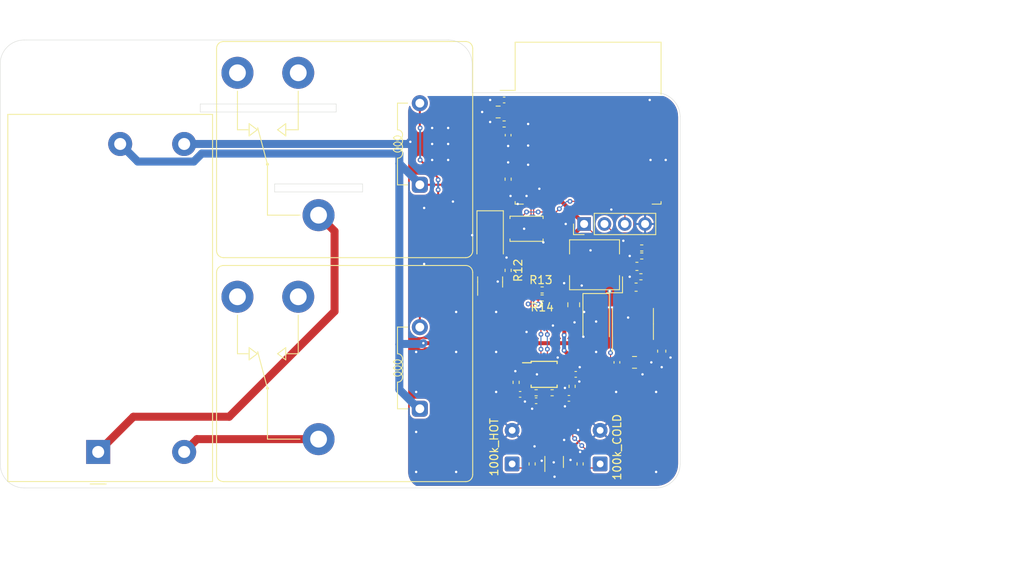
<source format=kicad_pcb>
(kicad_pcb (version 20211014) (generator pcbnew)
  (layers (0 "F.Cu" mixed) (31 "B.Cu" mixed) (34 "B.Paste" user) (35 "F.Paste" user) (36 "B.SilkS" user "B.Silkscreen") (37 "F.SilkS" user "F.Silkscreen") (38 "B.Mask" user) (39 "F.Mask" user) (44 "Edge.Cuts" user))
  (net 0 "")
  (net 1 "GND")
  (net 2 "+12V")
  (net 3 "Net-(C2-Pad1)")
  (net 4 "+3V3")
  (net 5 "Net-(C4-Pad1)")
  (net 6 "Net-(C6-Pad1)")
  (net 7 "Net-(C7-Pad2)")
  (net 8 "Net-(C7-Pad1)")
  (net 9 "/EN")
  (net 10 "/AC_PH_2")
  (net 11 "Net-(C11-Pad1)")
  (net 12 "Net-(D2-Pad2)")
  (net 14 "/AC_PH_1")
  (net 15 "Net-(J1-Pad3)")
  (net 16 "Net-(J1-Pad2)")
  (net 21 "/SW")
  (net 22 "/BOOT")
  (net 23 "Net-(R4-Pad2)")
  (net 24 "Net-(R8-Pad2)")
  (net 25 "Net-(R9-Pad2)")
  (net 26 "/1.65V")
  (net 27 "/SCL")
  (net 31 "/SDA")
  (net 37 "Net-(C12-Pad1)")
  (footprint "Capacitor_SMD:C_0805_2012Metric" (layer "F.Cu") (at 107.3 71.3)
    (fp_text reference "C1" hide)
    (fp_text value "22u")
    (pad "1" smd roundrect (at -0.95 0) (size 1 1.45) (layers "F.Cu" "F.Paste" "F.Mask") (net 2 "+12V"))
    (pad "2" smd roundrect (at 0.95 0) (size 1 1.45) (layers "F.Cu" "F.Paste" "F.Mask") (net 1 "GND"))
  )
  (footprint "Capacitor_SMD:C_0603_1608Metric" (layer "F.Cu") (at 110.7 69.9 -90)
    (fp_text reference "C2" hide)
    (fp_text value "8.2n")
    (pad "1" smd roundrect (at -0.775 0 270) (size 0.9 0.95) (layers "F.Cu" "F.Paste" "F.Mask") (net 3 "Net-(C2-Pad1)"))
    (pad "2" smd roundrect (at 0.775 0 270) (size 0.9 0.95) (layers "F.Cu" "F.Paste" "F.Mask") (net 1 "GND"))
  )
  (footprint "Capacitor_SMD:C_0805_2012Metric" (layer "F.Cu") (at 90.25 40 180)
    (fp_text reference "C3" hide)
    (fp_text value "22u")
    (pad "1" smd roundrect (at -0.95 0 180) (size 1 1.45) (layers "F.Cu" "F.Paste" "F.Mask") (net 4 "+3V3"))
    (pad "2" smd roundrect (at 0.95 0 180) (size 1 1.45) (layers "F.Cu" "F.Paste" "F.Mask") (net 1 "GND"))
  )
  (footprint "Capacitor_SMD:C_0603_1608Metric" (layer "F.Cu") (at 107.5 61.9 180)
    (fp_text reference "C4" hide)
    (fp_text value "3.3n")
    (pad "1" smd roundrect (at -0.775 0 180) (size 0.9 0.95) (layers "F.Cu" "F.Paste" "F.Mask") (net 5 "Net-(C4-Pad1)"))
    (pad "2" smd roundrect (at 0.775 0 180) (size 0.9 0.95) (layers "F.Cu" "F.Paste" "F.Mask") (net 1 "GND"))
  )
  (footprint "Capacitor_SMD:C_0402_1005Metric" (layer "F.Cu") (at 91 38.5 180)
    (fp_text reference "C5" hide)
    (fp_text value "100n")
    (pad "1" smd roundrect (at -0.48 0 180) (size 0.56 0.62) (layers "F.Cu" "F.Paste" "F.Mask") (net 4 "+3V3"))
    (pad "2" smd roundrect (at 0.48 0 180) (size 0.56 0.62) (layers "F.Cu" "F.Paste" "F.Mask") (net 1 "GND"))
  )
  (footprint "Capacitor_SMD:C_0603_1608Metric" (layer "F.Cu") (at 107.6 59.3 180)
    (fp_text reference "C6" hide)
    (fp_text value "15n")
    (pad "1" smd roundrect (at -0.775 0 180) (size 0.9 0.95) (layers "F.Cu" "F.Paste" "F.Mask") (net 6 "Net-(C6-Pad1)"))
    (pad "2" smd roundrect (at 0.775 0 180) (size 0.9 0.95) (layers "F.Cu" "F.Paste" "F.Mask") (net 1 "GND"))
  )
  (footprint "Capacitor_SMD:C_0402_1005Metric" (layer "F.Cu") (at 105.1 71.3 -90)
    (fp_text reference "C7" hide)
    (fp_text value "100n")
    (pad "1" smd roundrect (at -0.48 0 270) (size 0.56 0.62) (layers "F.Cu" "F.Paste" "F.Mask") (net 8 "Net-(C7-Pad1)"))
    (pad "2" smd roundrect (at 0.48 0 270) (size 0.56 0.62) (layers "F.Cu" "F.Paste" "F.Mask") (net 7 "Net-(C7-Pad2)"))
  )
  (footprint "Capacitor_SMD:C_0402_1005Metric" (layer "F.Cu") (at 91.5 42.9 -90)
    (fp_text reference "C8" hide)
    (fp_text value "100n")
    (pad "1" smd roundrect (at -0.48 0 270) (size 0.56 0.62) (layers "F.Cu" "F.Paste" "F.Mask") (net 9 "/EN"))
    (pad "2" smd roundrect (at 0.48 0 270) (size 0.56 0.62) (layers "F.Cu" "F.Paste" "F.Mask") (net 1 "GND"))
  )
  (footprint "Capacitor_SMD:C_0805_2012Metric" (layer "F.Cu") (at 99.7 64.1 -90)
    (fp_text reference "C9" hide)
    (fp_text value "22u")
    (pad "1" smd roundrect (at -0.95 0 270) (size 1 1.45) (layers "F.Cu" "F.Paste" "F.Mask") (net 4 "+3V3"))
    (pad "2" smd roundrect (at 0.95 0 270) (size 1 1.45) (layers "F.Cu" "F.Paste" "F.Mask") (net 1 "GND"))
  )
  (footprint "Capacitor_SMD:C_0402_1005Metric" (layer "F.Cu") (at 99.95 72.8)
    (fp_text reference "C10" hide)
    (fp_text value "100n")
    (pad "1" smd roundrect (at -0.48 0) (size 0.56 0.62) (layers "F.Cu" "F.Paste" "F.Mask") (net 4 "+3V3"))
    (pad "2" smd roundrect (at 0.48 0) (size 0.56 0.62) (layers "F.Cu" "F.Paste" "F.Mask") (net 1 "GND"))
  )
  (footprint "Diode_SMD:D_SMA" (layer "F.Cu") (at 102.5 66.1 -90)
    (fp_text reference "D1" hide)
    (fp_text value "SS54")
    (pad "1" smd rect (at -2 0 270) (size 2.5 1.8) (layers "F.Cu" "F.Paste" "F.Mask") (net 7 "Net-(C7-Pad2)"))
    (pad "2" smd rect (at 2 0 270) (size 2.5 1.8) (layers "F.Cu" "F.Paste" "F.Mask") (net 1 "GND"))
  )
  (footprint "Diode_SMD:D_SMA" (layer "F.Cu") (at 89.25 55.75 -90)
    (fp_text reference "D2" hide)
    (fp_text value "SS54")
    (pad "1" smd rect (at -2 0 270) (size 2.5 1.8) (layers "F.Cu" "F.Paste" "F.Mask") (net 2 "+12V"))
    (pad "2" smd rect (at 2 0 270) (size 2.5 1.8) (layers "F.Cu" "F.Paste" "F.Mask") (net 12 "Net-(D2-Pad2)"))
  )
  (footprint "Package_TO_SOT_SMD:SOT-363_SC-70-6" (layer "F.Cu") (at 97.25 83.75 90)
    (fp_text reference "D3" hide)
    (fp_text value "SMF05CT1G")
    (pad "1" smd rect (at -0.95 -0.65 90) (size 0.65 0.4) (layers "F.Cu" "F.Paste" "F.Mask") (net 11 "Net-(C11-Pad1)"))
    (pad "2" smd rect (at -0.95 0 90) (size 0.65 0.4) (layers "F.Cu" "F.Paste" "F.Mask") (net 1 "GND"))
    (pad "3" smd rect (at -0.95 0.65 90) (size 0.65 0.4) (layers "F.Cu" "F.Paste" "F.Mask") (net 37 "Net-(C12-Pad1)"))
    (pad "4" smd rect (at 0.95 0.65 90) (size 0.65 0.4) (layers "F.Cu" "F.Paste" "F.Mask"))
    (pad "5" smd rect (at 0.95 0 90) (size 0.65 0.4) (layers "F.Cu" "F.Paste" "F.Mask") (net 37 "Net-(C12-Pad1)"))
    (pad "6" smd rect (at 0.95 -0.65 90) (size 0.65 0.4) (layers "F.Cu" "F.Paste" "F.Mask") (net 11 "Net-(C11-Pad1)"))
  )
  (footprint "Connector_PinHeader_2.54mm:PinHeader_1x04_P2.54mm_Vertical" (layer "F.Cu") (at 101 54 90)
    (fp_text reference "J1" hide)
    (fp_text value "PROG")
    (pad "1" thru_hole rect (at 0 0 90) (size 1.7 1.7) (drill 1) (layers *.Cu *.Mask) (net 4 "+3V3"))
    (pad "2" thru_hole oval (at 0 2.54 90) (size 1.7 1.7) (drill 1) (layers *.Cu *.Mask) (net 16 "Net-(J1-Pad2)"))
    (pad "3" thru_hole oval (at 0 5.08 90) (size 1.7 1.7) (drill 1) (layers *.Cu *.Mask) (net 15 "Net-(J1-Pad3)"))
    (pad "4" thru_hole oval (at 0 7.62 90) (size 1.7 1.7) (drill 1) (layers *.Cu *.Mask) (net 1 "GND"))
  )
  (footprint "Connector_Wire:SolderWire-0.25sqmm_1x02_P4.2mm_D0.65mm_OD1.7mm" (layer "F.Cu") (at 92 84 90)
    (fp_text reference "J2" hide)
    (fp_text value "100k_HOT" (at 2.1 -2.25 90) (layer "F.SilkS"))
    (pad "1" thru_hole roundrect (at 0 0 90) (size 1.85 1.85) (drill 0.85) (layers *.Cu *.Mask) (roundrect_rratio 0.135135) (net 11 "Net-(C11-Pad1)"))
    (pad "2" thru_hole circle (at 4.2 0 90) (size 1.85 1.85) (drill 0.85) (layers *.Cu *.Mask) (net 1 "GND"))
  )
  (footprint "Connector_Wire:SolderWire-0.25sqmm_1x02_P4.2mm_D0.65mm_OD1.7mm" (layer "F.Cu") (at 103 84 90)
    (fp_text reference "J3" hide)
    (fp_text value "100k_COLD" (at 2.1 2.12 90) (layer "F.SilkS"))
    (pad "1" thru_hole roundrect (at 0 0 90) (size 1.85 1.85) (drill 0.85) (layers *.Cu *.Mask) (roundrect_rratio 0.135135) (net 37 "Net-(C12-Pad1)"))
    (pad "2" thru_hole circle (at 4.2 0 90) (size 1.85 1.85) (drill 0.85) (layers *.Cu *.Mask) (net 1 "GND"))
  )
  (footprint "wifi-50A-relay:Relay_SPDT_CIT-J115F2" (layer "F.Cu") (at 83 72 180)
    (fp_text reference "K1" hide)
    (fp_text value "J115F21C12VDCS.9")
    (pad "11" thru_hole circle locked (at 15.2 -8.9) (size 4 4) (drill 2.1) (layers *.Cu *.Mask) (net 14 "/AC_PH_1"))
    (pad "12" thru_hole circle locked (at 25.34 8.9) (size 4 4) (drill 2.1) (layers *.Cu *.Mask))
    (pad "14" thru_hole circle locked (at 17.74 8.9) (size 4 4) (drill 2.1) (layers *.Cu *.Mask))
    (pad "A1" thru_hole roundrect locked (at 2.54 -5.1) (size 2 2) (drill 1.1) (layers *.Cu *.Mask) (net 2 "+12V"))
    (pad "A2" thru_hole circle locked (at 2.54 5.1) (size 2 2) (drill 1.1) (layers *.Cu *.Mask) (net 12 "Net-(D2-Pad2)"))
  )
  (footprint "wifi-50A-relay:Relay_SPDT_CIT-J115F2" (layer "F.Cu") (at 83 44 180)
    (fp_text reference "K2" hide)
    (fp_text value "J115F21C12VDCS.9")
    (pad "11" thru_hole circle locked (at 15.2 -8.9) (size 4 4) (drill 2.1) (layers *.Cu *.Mask) (net 10 "/AC_PH_2"))
    (pad "12" thru_hole circle locked (at 25.34 8.9) (size 4 4) (drill 2.1) (layers *.Cu *.Mask))
    (pad "14" thru_hole circle locked (at 17.74 8.9) (size 4 4) (drill 2.1) (layers *.Cu *.Mask))
    (pad "A1" thru_hole roundrect locked (at 2.54 -5.1) (size 2 2) (drill 1.1) (layers *.Cu *.Mask) (net 2 "+12V"))
    (pad "A2" thru_hole circle locked (at 2.54 5.1) (size 2 2) (drill 1.1) (layers *.Cu *.Mask) (net 12 "Net-(D2-Pad2)"))
  )
  (footprint "Inductor_SMD:L_TDK_SLF6028" (layer "F.Cu") (at 102.3 59.1 180)
    (fp_text reference "L1" hide)
    (fp_text value "33u")
    (fp_text user "" (at -49 0.05 180) (layer "F.SilkS") (effects (font (size 3 3))))
    (pad "1" smd roundrect (at -2.75 0 180) (size 1.5 2.2) (layers "F.Cu" "F.Paste" "F.Mask") (net 7 "Net-(C7-Pad2)"))
    (pad "2" smd roundrect (at 2.75 0 180) (size 1.5 2.2) (layers "F.Cu" "F.Paste" "F.Mask") (net 4 "+3V3"))
  )
  (footprint "Package_TO_SOT_SMD:SOT-23" (layer "F.Cu") (at 89.25 61.25 90)
    (fp_text reference "Q1" hide)
    (fp_text value "AO3400A")
    (pad "1" smd roundrect (at -0.9375 -0.95 90) (size 1.475 0.6) (layers "F.Cu" "F.Paste" "F.Mask") (net 21 "/SW"))
    (pad "2" smd roundrect (at -0.9375 0.95 90) (size 1.475 0.6) (layers "F.Cu" "F.Paste" "F.Mask") (net 1 "GND"))
    (pad "3" smd roundrect (at 0.9375 0 90) (size 1.475 0.6) (layers "F.Cu" "F.Paste" "F.Mask") (net 12 "Net-(D2-Pad2)"))
  )
  (footprint "Resistor_SMD:R_0402_1005Metric" (layer "F.Cu") (at 108.1 60.6 180)
    (fp_text reference "R1" hide)
    (fp_text value "1k")
    (pad "1" smd roundrect (at -0.51 0 180) (size 0.54 0.64) (layers "F.Cu" "F.Paste" "F.Mask") (net 5 "Net-(C4-Pad1)"))
    (pad "2" smd roundrect (at 0.51 0 180) (size 0.54 0.64) (layers "F.Cu" "F.Paste" "F.Mask") (net 6 "Net-(C6-Pad1)"))
  )
  (footprint "Resistor_SMD:R_0402_1005Metric" (layer "F.Cu") (at 91 41.5)
    (fp_text reference "R2" hide)
    (fp_text value "10k")
    (pad "1" smd roundrect (at -0.51 0) (size 0.54 0.64) (layers "F.Cu" "F.Paste" "F.Mask") (net 4 "+3V3"))
    (pad "2" smd roundrect (at 0.51 0) (size 0.54 0.64) (layers "F.Cu" "F.Paste" "F.Mask") (net 9 "/EN"))
  )
  (footprint "Resistor_SMD:R_0402_1005Metric" (layer "F.Cu") (at 91.5 48.4 -90)
    (fp_text reference "R3" hide)
    (fp_text value "10k")
    (pad "1" smd roundrect (at -0.51 0 270) (size 0.54 0.64) (layers "F.Cu" "F.Paste" "F.Mask") (net 4 "+3V3"))
    (pad "2" smd roundrect (at 0.51 0 270) (size 0.54 0.64) (layers "F.Cu" "F.Paste" "F.Mask") (net 22 "/BOOT"))
  )
  (footprint "Resistor_SMD:R_0402_1005Metric" (layer "F.Cu") (at 108.2 57)
    (fp_text reference "R4" hide)
    (fp_text value "7.5k")
    (pad "1" smd roundrect (at -0.51 0) (size 0.54 0.64) (layers "F.Cu" "F.Paste" "F.Mask") (net 4 "+3V3"))
    (pad "2" smd roundrect (at 0.51 0) (size 0.54 0.64) (layers "F.Cu" "F.Paste" "F.Mask") (net 23 "Net-(R4-Pad2)"))
  )
  (footprint "Resistor_SMD:R_0402_1005Metric" (layer "F.Cu") (at 108.2 58 180)
    (fp_text reference "R5" hide)
    (fp_text value "2.4k")
    (pad "1" smd roundrect (at -0.51 0 180) (size 0.54 0.64) (layers "F.Cu" "F.Paste" "F.Mask") (net 23 "Net-(R4-Pad2)"))
    (pad "2" smd roundrect (at 0.51 0 180) (size 0.54 0.64) (layers "F.Cu" "F.Paste" "F.Mask") (net 1 "GND"))
  )
  (footprint "Resistor_SMD:R_0402_1005Metric" (layer "F.Cu") (at 94.5 84 -90)
    (fp_text reference "R6" hide)
    (fp_text value "100k")
    (pad "1" smd roundrect (at -0.51 0 270) (size 0.54 0.64) (layers "F.Cu" "F.Paste" "F.Mask") (net 4 "+3V3"))
    (pad "2" smd roundrect (at 0.51 0 270) (size 0.54 0.64) (layers "F.Cu" "F.Paste" "F.Mask") (net 11 "Net-(C11-Pad1)"))
  )
  (footprint "Resistor_SMD:R_0402_1005Metric" (layer "F.Cu") (at 100.5 84 -90)
    (fp_text reference "R7" hide)
    (fp_text value "100k")
    (pad "1" smd roundrect (at -0.51 0 270) (size 0.54 0.64) (layers "F.Cu" "F.Paste" "F.Mask") (net 4 "+3V3"))
    (pad "2" smd roundrect (at 0.51 0 270) (size 0.54 0.64) (layers "F.Cu" "F.Paste" "F.Mask") (net 37 "Net-(C12-Pad1)"))
  )
  (footprint "Resistor_SMD:R_0402_1005Metric" (layer "F.Cu") (at 92.5 73.8 90)
    (fp_text reference "R8" hide)
    (fp_text value "10k")
    (pad "1" smd roundrect (at -0.51 0 90) (size 0.54 0.64) (layers "F.Cu" "F.Paste" "F.Mask") (net 11 "Net-(C11-Pad1)"))
    (pad "2" smd roundrect (at 0.51 0 90) (size 0.54 0.64) (layers "F.Cu" "F.Paste" "F.Mask") (net 24 "Net-(R8-Pad2)"))
  )
  (footprint "Resistor_SMD:R_0402_1005Metric" (layer "F.Cu") (at 99.5 74.3 90)
    (fp_text reference "R9" hide)
    (fp_text value "10k")
    (pad "1" smd roundrect (at -0.51 0 90) (size 0.54 0.64) (layers "F.Cu" "F.Paste" "F.Mask") (net 37 "Net-(C12-Pad1)"))
    (pad "2" smd roundrect (at 0.51 0 90) (size 0.54 0.64) (layers "F.Cu" "F.Paste" "F.Mask") (net 25 "Net-(R9-Pad2)"))
  )
  (footprint "Resistor_SMD:R_0402_1005Metric" (layer "F.Cu") (at 97 75.1 180)
    (fp_text reference "R10" hide)
    (fp_text value "100k")
    (pad "1" smd roundrect (at -0.51 0 180) (size 0.54 0.64) (layers "F.Cu" "F.Paste" "F.Mask") (net 4 "+3V3"))
    (pad "2" smd roundrect (at 0.51 0 180) (size 0.54 0.64) (layers "F.Cu" "F.Paste" "F.Mask") (net 26 "/1.65V"))
  )
  (footprint "Resistor_SMD:R_0402_1005Metric" (layer "F.Cu") (at 95 75.1 180)
    (fp_text reference "R11" hide)
    (fp_text value "100k")
    (pad "1" smd roundrect (at -0.51 0 180) (size 0.54 0.64) (layers "F.Cu" "F.Paste" "F.Mask") (net 26 "/1.65V"))
    (pad "2" smd roundrect (at 0.51 0 180) (size 0.54 0.64) (layers "F.Cu" "F.Paste" "F.Mask") (net 1 "GND"))
  )
  (footprint "Button_Switch_SMD:SW_Push_SPST_NO_Alps_SKRK" (layer "F.Cu") (at 93.8 54.6)
    (fp_text reference "SW1" hide)
    (fp_text value "SKRKAEE020")
    (pad "1" smd roundrect (at -2.1 0) (size 0.8 2) (layers "F.Cu" "F.Paste" "F.Mask") (net 22 "/BOOT"))
    (pad "2" smd roundrect (at 2.1 0) (size 0.8 2) (layers "F.Cu" "F.Paste" "F.Mask") (net 1 "GND"))
  )
  (footprint "RF_Module:ESP-WROOM-02" (layer "F.Cu") (at 101.5 44.5)
    (fp_text reference "U1" hide)
    (fp_text value "ESP-WROOM-02")
    (pad "1" smd rect (at -8.75 -6) (size 1.5 0.9) (layers "F.Cu" "F.Paste" "F.Mask") (net 4 "+3V3"))
    (pad "2" smd rect (at -8.75 -4.5) (size 1.5 0.9) (layers "F.Cu" "F.Paste" "F.Mask") (net 9 "/EN"))
    (pad "3" smd rect (at -8.75 -3) (size 1.5 0.9) (layers "F.Cu" "F.Paste" "F.Mask") (net 27 "/SCL"))
    (pad "4" smd rect (at -8.75 -1.5) (size 1.5 0.9) (layers "F.Cu" "F.Paste" "F.Mask"))
    (pad "5" smd rect (at -8.75 0) (size 1.5 0.9) (layers "F.Cu" "F.Paste" "F.Mask"))
    (pad "6" smd rect (at -8.75 1.5) (size 1.5 0.9) (layers "F.Cu" "F.Paste" "F.Mask") (net 1 "GND"))
    (pad "7" smd rect (at -8.75 3) (size 1.5 0.9) (layers "F.Cu" "F.Paste" "F.Mask") (net 31 "/SDA"))
    (pad "8" smd rect (at -8.75 4.5) (size 1.5 0.9) (layers "F.Cu" "F.Paste" "F.Mask") (net 22 "/BOOT"))
    (pad "9" smd rect (at -8.75 6) (size 1.5 0.9) (layers "F.Cu" "F.Paste" "F.Mask") (net 1 "GND"))
    (pad "10" smd rect (at 8.75 6) (size 1.5 0.9) (layers "F.Cu" "F.Paste" "F.Mask") (net 21 "/SW"))
    (pad "11" smd rect (at 8.75 4.5) (size 1.5 0.9) (layers "F.Cu" "F.Paste" "F.Mask") (net 16 "Net-(J1-Pad2)"))
    (pad "12" smd rect (at 8.75 3) (size 1.5 0.9) (layers "F.Cu" "F.Paste" "F.Mask") (net 15 "Net-(J1-Pad3)"))
    (pad "13" smd rect (at 8.75 1.5) (size 1.5 0.9) (layers "F.Cu" "F.Paste" "F.Mask") (net 1 "GND"))
    (pad "14" smd rect (at 8.75 0) (size 1.5 0.9) (layers "F.Cu" "F.Paste" "F.Mask"))
    (pad "15" smd rect (at 8.75 -1.5) (size 1.5 0.9) (layers "F.Cu" "F.Paste" "F.Mask"))
    (pad "16" smd rect (at 8.75 -3) (size 1.5 0.9) (layers "F.Cu" "F.Paste" "F.Mask"))
    (pad "17" smd rect (at 8.75 -4.5) (size 1.5 0.9) (layers "F.Cu" "F.Paste" "F.Mask"))
    (pad "18" smd rect (at 8.75 -6) (size 1.5 0.9) (layers "F.Cu" "F.Paste" "F.Mask") (net 1 "GND"))
    (pad "19" smd rect (at 1.1 0.61) (size 4 4) (layers "F.Cu" "F.Paste" "F.Mask") (net 1 "GND"))
    (zone (net 0) (net_name "") (layers *.Cu) (connect_pads (clearance 0)) (min_thickness 0.254)
      (keepout (tracks not_allowed) (vias not_allowed) (pads not_allowed) (copperpour not_allowed) (footprints not_allowed))
      (fill (thermal_gap 0.508) (thermal_bridge_width 0.508))
      (polygon (pts (xy 87.5 37.4) (xy 115.5 37.4) (xy 115.5 26.4) (xy 87.5 26.4)))
    )
  )
  (footprint "Package_SO:SOIC-8_3.9x4.9mm_P1.27mm" (layer "F.Cu") (at 107.1 66.5 90)
    (fp_text reference "U2" hide)
    (fp_text value "TPS54331DR")
    (pad "1" smd roundrect (at -2.475 -1.905 90) (size 1.95 0.6) (layers "F.Cu" "F.Paste" "F.Mask") (net 8 "Net-(C7-Pad1)"))
    (pad "2" smd roundrect (at -2.475 -0.635 90) (size 1.95 0.6) (layers "F.Cu" "F.Paste" "F.Mask") (net 2 "+12V"))
    (pad "3" smd roundrect (at -2.475 0.635 90) (size 1.95 0.6) (layers "F.Cu" "F.Paste" "F.Mask"))
    (pad "4" smd roundrect (at -2.475 1.905 90) (size 1.95 0.6) (layers "F.Cu" "F.Paste" "F.Mask") (net 3 "Net-(C2-Pad1)"))
    (pad "5" smd roundrect (at 2.475 1.905 90) (size 1.95 0.6) (layers "F.Cu" "F.Paste" "F.Mask") (net 23 "Net-(R4-Pad2)"))
    (pad "6" smd roundrect (at 2.475 0.635 90) (size 1.95 0.6) (layers "F.Cu" "F.Paste" "F.Mask") (net 5 "Net-(C4-Pad1)"))
    (pad "7" smd roundrect (at 2.475 -0.635 90) (size 1.95 0.6) (layers "F.Cu" "F.Paste" "F.Mask") (net 1 "GND"))
    (pad "8" smd roundrect (at 2.475 -1.905 90) (size 1.95 0.6) (layers "F.Cu" "F.Paste" "F.Mask") (net 7 "Net-(C7-Pad2)"))
  )
  (footprint "Converter_ACDC:Converter_ACDC_MeanWell_IRM-05-xx_THT" (layer "F.Cu") (at 40.25 82.5 90)
    (fp_text reference "PS1" hide)
    (fp_text value "IRM-05-12")
    (pad "1" thru_hole rect (at 0 0 90) (size 3 3) (drill 1.5) (layers *.Cu *.Mask) (net 10 "/AC_PH_2"))
    (pad "2" thru_hole circle (at 0 10.75 90) (size 3 3) (drill 1.5) (layers *.Cu *.Mask) (net 14 "/AC_PH_1"))
    (pad "3" thru_hole circle (at 38.5 10.75 90) (size 3 3) (drill 1.5) (layers *.Cu *.Mask) (net 1 "GND"))
    (pad "4" thru_hole circle (at 38.5 2.75 90) (size 3 3) (drill 1.5) (layers *.Cu *.Mask) (net 2 "+12V"))
  )
  (footprint "Capacitor_SMD:C_0402_1005Metric" (layer "F.Cu") (at 93 75.3)
    (fp_text reference "C11" hide)
    (fp_text value "100n")
    (pad "1" smd roundrect (at -0.48 0) (size 0.56 0.62) (layers "F.Cu" "F.Paste" "F.Mask") (net 11 "Net-(C11-Pad1)"))
    (pad "2" smd roundrect (at 0.48 0) (size 0.56 0.62) (layers "F.Cu" "F.Paste" "F.Mask") (net 1 "GND"))
  )
  (footprint "Capacitor_SMD:C_0402_1005Metric" (layer "F.Cu") (at 99.1 75.8 180)
    (fp_text reference "C12" hide)
    (fp_text value "100n")
    (pad "1" smd roundrect (at -0.48 0 180) (size 0.56 0.62) (layers "F.Cu" "F.Paste" "F.Mask") (net 37 "Net-(C12-Pad1)"))
    (pad "2" smd roundrect (at 0.48 0 180) (size 0.56 0.62) (layers "F.Cu" "F.Paste" "F.Mask") (net 1 "GND"))
  )
  (footprint "Capacitor_SMD:C_0402_1005Metric" (layer "F.Cu") (at 95 76.1 180)
    (fp_text reference "C13" hide)
    (fp_text value "100n")
    (pad "1" smd roundrect (at -0.48 0 180) (size 0.56 0.62) (layers "F.Cu" "F.Paste" "F.Mask") (net 26 "/1.65V"))
    (pad "2" smd roundrect (at 0.48 0 180) (size 0.56 0.62) (layers "F.Cu" "F.Paste" "F.Mask") (net 1 "GND"))
  )
  (footprint "Package_SO:TSSOP-10_3x3mm_P0.5mm" (layer "F.Cu") (at 96 72.8)
    (fp_text reference "U3" hide)
    (fp_text value "ADS1115IDGS")
    (pad "1" smd rect (at -2.15 -1) (size 1.1 0.25) (layers "F.Cu" "F.Paste" "F.Mask") (net 1 "GND"))
    (pad "2" smd rect (at -2.15 -0.5) (size 1.1 0.25) (layers "F.Cu" "F.Paste" "F.Mask"))
    (pad "3" smd rect (at -2.15 0) (size 1.1 0.25) (layers "F.Cu" "F.Paste" "F.Mask") (net 1 "GND"))
    (pad "4" smd rect (at -2.15 0.5) (size 1.1 0.25) (layers "F.Cu" "F.Paste" "F.Mask") (net 24 "Net-(R8-Pad2)"))
    (pad "5" smd rect (at -2.15 1) (size 1.1 0.25) (layers "F.Cu" "F.Paste" "F.Mask") (net 26 "/1.65V"))
    (pad "6" smd rect (at 2.15 1) (size 1.1 0.25) (layers "F.Cu" "F.Paste" "F.Mask") (net 25 "Net-(R9-Pad2)"))
    (pad "7" smd rect (at 2.15 0.5) (size 1.1 0.25) (layers "F.Cu" "F.Paste" "F.Mask") (net 26 "/1.65V"))
    (pad "8" smd rect (at 2.15 0) (size 1.1 0.25) (layers "F.Cu" "F.Paste" "F.Mask") (net 4 "+3V3"))
    (pad "9" smd rect (at 2.15 -0.5) (size 1.1 0.25) (layers "F.Cu" "F.Paste" "F.Mask") (net 31 "/SDA"))
    (pad "10" smd rect (at 2.15 -1) (size 1.1 0.25) (layers "F.Cu" "F.Paste" "F.Mask") (net 27 "/SCL"))
  )
  (footprint "Resistor_SMD:R_0402_1005Metric" (layer "F.Cu") (at 91.5 59.8 90)
    (fp_text reference "R12" (at 0 1.25 90) (layer "F.SilkS"))
    (fp_text value "10k")
    (pad "1" smd roundrect (at -0.51 0 90) (size 0.54 0.64) (layers "F.Cu" "F.Paste" "F.Mask") (net 21 "/SW"))
    (pad "2" smd roundrect (at 0.51 0 90) (size 0.54 0.64) (layers "F.Cu" "F.Paste" "F.Mask") (net 1 "GND"))
  )
  (footprint "Resistor_SMD:R_0402_1005Metric" (layer "F.Cu") (at 95.75 62.25 180)
    (fp_text reference "R13" (at 0.153641 1.25) (layer "F.SilkS"))
    (fp_text value "10k")
    (pad "1" smd roundrect (at -0.51 0 180) (size 0.54 0.64) (layers "F.Cu" "F.Paste" "F.Mask") (net 4 "+3V3"))
    (pad "2" smd roundrect (at 0.51 0 180) (size 0.54 0.64) (layers "F.Cu" "F.Paste" "F.Mask") (net 27 "/SCL"))
  )
  (footprint "Resistor_SMD:R_0402_1005Metric" (layer "F.Cu") (at 95.75 63.25 180)
    (fp_text reference "R14" (at 0 -1.17) (layer "F.SilkS"))
    (fp_text value "10k")
    (pad "1" smd roundrect (at -0.51 0 180) (size 0.54 0.64) (layers "F.Cu" "F.Paste" "F.Mask") (net 4 "+3V3"))
    (pad "2" smd roundrect (at 0.51 0 180) (size 0.54 0.64) (layers "F.Cu" "F.Paste" "F.Mask") (net 31 "/SDA"))
  )
  (gr_line (start 110 87) (end 31 87) (layer "Edge.Cuts") (width 0.05))
  (gr_line (start 87 37.6) (end 110 37.6) (layer "Edge.Cuts") (width 0.05))
  (gr_line (start 73.3 49) (end 62.3 49) (layer "Edge.Cuts") (width 0.05))
  (gr_line (start 70 40) (end 53 40) (layer "Edge.Cuts") (width 0.05))
  (gr_arc (start 84 31) (mid 86.12132 31.87868) (end 87 34) (layer "Edge.Cuts") (width 0.05))
  (gr_line (start 113 40.6) (end 113 84) (layer "Edge.Cuts") (width 0.05))
  (gr_line (start 87 34) (end 87 37.6) (layer "Edge.Cuts") (width 0.05))
  (gr_arc (start 31 87) (mid 28.87868 86.12132) (end 28 84) (layer "Edge.Cuts") (width 0.05))
  (gr_line (start 28 84) (end 28 34) (layer "Edge.Cuts") (width 0.05))
  (gr_line (start 31 31) (end 84 31) (layer "Edge.Cuts") (width 0.05))
  (gr_arc (start 110 37.6) (mid 112.12132 38.47868) (end 113 40.6) (layer "Edge.Cuts") (width 0.05))
  (gr_line (start 62.3 50) (end 73.3 50) (layer "Edge.Cuts") (width 0.05))
  (gr_line (start 53 40) (end 53 39) (layer "Edge.Cuts") (width 0.05))
  (gr_line (start 73.3 50) (end 73.3 49) (layer "Edge.Cuts") (width 0.05))
  (gr_line (start 70 39) (end 70 40) (layer "Edge.Cuts") (width 0.05))
  (gr_line (start 62.3 49) (end 62.3 50) (layer "Edge.Cuts") (width 0.05))
  (gr_arc (start 28 34) (mid 28.87868 31.87868) (end 31 31) (layer "Edge.Cuts") (width 0.05))
  (gr_arc (start 113 84) (mid 112.12132 86.12132) (end 110 87) (layer "Edge.Cuts") (width 0.05))
  (gr_line (start 53 39) (end 70 39) (layer "Edge.Cuts") (width 0.05))
  (segment (start 92.7625 46) (end 92 46) (width 0.25) (layer "F.Cu") (net 1))
  (segment (start 100.43 72.8) (end 100.43 73.67) (width 0.127) (layer "F.Cu") (net 1))
  (segment (start 79.269999 43.730001) (end 81.730001 43.730001) (width 1) (layer "F.Cu") (net 1))
  (segment (start 100.43 71.92) (end 100.45 71.9) (width 0.127) (layer "F.Cu") (net 1))
  (segment (start 92 46) (end 91.75 45.75) (width 0.25) (layer "F.Cu") (net 1))
  (segment (start 81.730001 43.730001) (end 82 44) (width 1) (layer "F.Cu") (net 1))
  (segment (start 100.43 73.67) (end 100.4 73.7) (width 0.127) (layer "F.Cu") (net 1))
  (segment (start 100.43 72.8) (end 100.43 71.92) (width 0.127) (layer "F.Cu") (net 1))
  (via (at 100.9 68.1) (size 0.6) (drill 0.3) (layers "F.Cu" "B.Cu") (net 1))
  (via (at 87 55.4) (size 0.6) (drill 0.3) (layers "F.Cu" "B.Cu") (net 1))
  (via (at 105.9 56.1) (size 0.6) (drill 0.3) (layers "F.Cu" "B.Cu") (net 1))
  (via (at 99.3 83.5) (size 0.6) (drill 0.3) (layers "F.Cu" "B.Cu") (net 1))
  (via (at 94 46.6) (size 0.6) (drill 0.3) (layers "F.Cu" "B.Cu") (net 1))
  (via (at 92.7 51.5) (size 0.6) (drill 0.3) (layers "F.Cu" "B.Cu") (net 1))
  (via (at 100.45 71.9) (size 0.6) (drill 0.3) (layers "F.Cu" "B.Cu") (net 1))
  (via (at 84 44) (size 0.6) (drill 0.3) (layers "F.Cu" "B.Cu") (net 1))
  (via (at 82 46) (size 0.6) (drill 0.3) (layers "F.Cu" "B.Cu") (net 1))
  (via (at 79.269999 43.730001) (size 0.6) (drill 0.3) (layers "F.Cu" "B.Cu") (net 1))
  (via (at 111.8 70.7) (size 0.6) (drill 0.3) (layers "F.Cu" "B.Cu") (net 1))
  (via (at 102.5 66.2) (size 0.6) (drill 0.3) (layers "F.Cu" "B.Cu") (net 1))
  (via (at 100.4 73.7) (size 0.6) (drill 0.3) (layers "F.Cu" "B.Cu") (net 1))
  (via (at 84 46) (size 0.6) (drill 0.3) (layers "F.Cu" "B.Cu") (net 1))
  (via (at 97.2 83.8) (size 0.6) (drill 0.3) (layers "F.Cu" "B.Cu") (net 1))
  (via (at 98.5 61.4) (size 0.6) (drill 0.3) (layers "F.Cu" "B.Cu") (net 1))
  (via (at 98.5 81) (size 0.6) (drill 0.3) (layers "F.Cu" "B.Cu") (net 1))
  (via (at 80 75) (size 0.6) (drill 0.3) (layers "F.Cu" "B.Cu") (net 1))
  (via (at 105 75) (size 0.6) (drill 0.3) (layers "F.Cu" "B.Cu") (net 1))
  (via (at 108.3 72.8) (size 0.6) (drill 0.3) (layers "F.Cu" "B.Cu") (net 1))
  (via (at 93.8 50.5) (size 0.6) (drill 0.3) (layers "F.Cu" "B.Cu") (net 1))
  (via (at 106.7 60.6) (size 0.6) (drill 0.3) (layers "F.Cu" "B.Cu") (net 1))
  (via (at 110 85) (size 0.6) (drill 0.3) (layers "F.Cu" "B.Cu") (net 1))
  (via (at 88.25 40) (size 0.6) (drill 0.3) (layers "F.Cu" "B.Cu") (net 1))
  (via (at 90 65) (size 0.6) (drill 0.3) (layers "F.Cu" "B.Cu") (net 1))
  (via (at 111.2 46) (size 0.6) (drill 0.3) (layers "F.Cu" "B.Cu") (net 1))
  (via (at 109.2 38.5) (size 0.6) (drill 0.3) (layers "F.Cu" "B.Cu") (net 1))
  (via (at 110 75) (size 0.6) (drill 0.3) (layers "F.Cu" "B.Cu") (net 1))
  (via (at 85 85) (size 0.6) (drill 0.3) (layers "F.Cu" "B.Cu") (net 1))
  (via (at 93.8 67.5) (size 0.6) (drill 0.3) (layers "F.Cu" "B.Cu") (net 1))
  (via (at 100.25 79.75) (size 0.6) (drill 0.3) (layers "F.Cu" "B.Cu") (net 1))
  (via (at 94.5 77.1) (size 0.6) (drill 0.3) (layers "F.Cu" "B.Cu") (net 1))
  (via (at 90 75) (size 0.6) (drill 0.3) (layers "F.Cu" "B.Cu") (net 1))
  (via (at 101 65) (size 0.6) (drill 0.3) (layers "F.Cu" "B.Cu") (net 1))
  (via (at 90.2 61.2) (size 0.6) (drill 0.3) (layers "F.Cu" "B.Cu") (net 1))
  (via (at 101.8 57.3) (size 0.6) (drill 0.3) (layers "F.Cu" "B.Cu") (net 1))
  (via (at 91.8 50.5) (size 0.6) (drill 0.3) (layers "F.Cu" "B.Cu") (net 1))
  (via (at 91.5 44.25) (size 0.6) (drill 0.3) (layers "F.Cu" "B.Cu") (net 1))
  (via (at 84 42) (size 0.6) (drill 0.3) (layers "F.Cu" "B.Cu") (net 1))
  (via (at 82 42) (size 0.6) (drill 0.3) (layers "F.Cu" "B.Cu") (net 1))
  (via (at 91.3 58.2) (size 0.6) (drill 0.3) (layers "F.Cu" "B.Cu") (net 1))
  (via (at 94.8 81.8) (size 0.6) (drill 0.3) (layers "F.Cu" "B.Cu") (net 1))
  (via (at 97.7 70.7) (size 0.6) (drill 0.3) (layers "F.Cu" "B.Cu") (net 1))
  (via (at 89.25 38.5) (size 0.6) (drill 0.3) (layers "F.Cu" "B.Cu") (net 1))
  (via (at 98.6 74.5) (size 0.6) (drill 0.3) (layers "F.Cu" "B.Cu") (net 1))
  (via (at 92.4 72.4) (size 0.6) (drill 0.3) (layers "F.Cu" "B.Cu") (net 1))
  (via (at 82 44) (size 0.6) (drill 0.3) (layers "F.Cu" "B.Cu") (net 1))
  (via (at 84.6 51.2) (size 0.6) (drill 0.3) (layers "F.Cu" "B.Cu") (net 1))
  (via (at 98.6 76.8) (size 0.6) (drill 0.3) (layers "F.Cu" "B.Cu") (net 1))
  (via (at 99.8 66.3) (size 0.6) (drill 0.3) (layers "F.Cu" "B.Cu") (net 1))
  (via (at 102.5 70) (size 0.6) (drill 0.3) (layers "F.Cu" "B.Cu") (net 1))
  (via (at 98.7 54) (size 0.6) (drill 0.3) (layers "F.Cu" "B.Cu") (net 1))
  (via (at 104.4 52.2) (size 0.6) (drill 0.3) (layers "F.Cu" "B.Cu") (net 1))
  (via (at 94 44.2) (size 0.6) (drill 0.3) (layers "F.Cu" "B.Cu") (net 1))
  (via (at 100.5 82.5) (size 0.6) (drill 0.3) (layers "F.Cu" "B.Cu") (net 1))
  (via (at 85 70) (size 0.6) (drill 0.3) (layers "F.Cu" "B.Cu") (net 1))
  (via (at 97.1 66.7) (size 0.6) (drill 0.3) (layers "F.Cu" "B.Cu") (net 1))
  (via (at 85 65) (size 0.6) (drill 0.3) (layers "F.Cu" "B.Cu") (net 1))
  (via (at 80 85) (size 0.6) (drill 0.3) (layers "F.Cu" "B.Cu") (net 1))
  (via (at 80 70) (size 0.6) (drill 0.3) (layers "F.Cu" "B.Cu") (net 1))
  (via (at 80 80) (size 0.6) (drill 0.3) (layers "F.Cu" "B.Cu") (net 1))
  (via (at 90 70) (size 0.6) (drill 0.3) (layers "F.Cu" "B.Cu") (net 1))
  (via (at 91.5 46.3) (size 0.6) (drill 0.3) (layers "F.Cu" "B.Cu") (net 1))
  (via (at 95.4 49.6) (size 0.6) (drill 0.3) (layers "F.Cu" "B.Cu") (net 1))
  (via (at 95.1 72.8) (size 0.6) (drill 0.3) (layers "F.Cu" "B.Cu") (net 1))
  (via (at 97.3 85.6) (size 0.6) (drill 0.3) (layers "F.Cu" "B.Cu") (net 1))
  (via (at 81 59) (size 0.6) (drill 0.3) (layers "F.Cu" "B.Cu") (net 1))
  (via (at 94 41.5) (size 0.6) (drill 0.3) (layers "F.Cu" "B.Cu") (net 1))
  (via (at 89.25 41.25) (size 0.6) (drill 0.3) (layers "F.Cu" "B.Cu") (net 1))
  (via (at 81 52) (size 0.6) (drill 0.3) (layers "F.Cu" "B.Cu") (net 1))
  (via (at 106.5 65.7) (size 0.6) (drill 0.3) (layers "F.Cu" "B.Cu") (net 1))
  (via (at 93.6 76.2) (size 0.6) (drill 0.3) (layers "F.Cu" "B.Cu") (net 1))
  (via (at 95.9 56.3) (size 0.6) (drill 0.3) (layers "F.Cu" "B.Cu") (net 1))
  (via (at 95.7 83.6) (size 0.6) (drill 0.3) (layers "F.Cu" "B.Cu") (net 1))
  (via (at 110.7 71.9) (size 0.6) (drill 0.3) (layers "F.Cu" "B.Cu") (net 1))
  (via (at 109.4 71.3) (size 0.6) (drill 0.3) (layers "F.Cu" "B.Cu") (net 1))
  (via (at 93.5 54.6) (size 0.6) (drill 0.3) (layers "F.Cu" "B.Cu") (net 1))
  (via (at 109.3 46) (size 0.6) (drill 0.3) (layers "F.Cu" "B.Cu") (net 1))
  (via (at 100.7 61.7) (size 0.6) (drill 0.3) (layers "F.Cu" "B.Cu") (net 1))
  (via (at 106.7 58) (size 0.6) (drill 0.3) (layers "F.Cu" "B.Cu") (net 1))
  (segment (start 100.4 74.7) (end 100.5 74.8) (width 0.25) (layer "B.Cu") (net 1))
  (segment (start 51 44) (end 79 44) (width 1) (layer "B.Cu") (net 1))
  (segment (start 79 44) (end 79.269999 43.730001) (width 1) (layer "B.Cu") (net 1))
  (segment (start 100.4 73) (end 100.4 74.7) (width 0.25) (layer "B.Cu") (net 1))
  (segment (start 106.35 71.3) (end 106.35 70.35) (width 0.25) (layer "F.Cu") (net 2))
  (segment (start 103.21001 72.51001) (end 105.86499 72.51001) (width 0.5) (layer "F.Cu") (net 2))
  (segment (start 106.35 72.025) (end 106.35 71.3) (width 0.5) (layer "F.Cu") (net 2))
  (segment (start 99.6 68.9) (end 103.21001 72.51001) (width 0.5) (layer "F.Cu") (net 2))
  (segment (start 106.465 68.975) (end 106.465 70.235) (width 0.25) (layer "F.Cu") (net 2))
  (segment (start 80.9 68.9) (end 99.6 68.9) (width 0.5) (layer "F.Cu") (net 2))
  (segment (start 106.35 70.35) (end 106.465 70.235) (width 0.25) (layer "F.Cu") (net 2))
  (segment (start 80.46 49.1) (end 84.6 49.1) (width 0.25) (layer "F.Cu") (net 2))
  (segment (start 80.7 69.1) (end 80.9 68.9) (width 0.5) (layer "F.Cu") (net 2))
  (segment (start 80.46 77.1) (end 80.35 77.1) (width 0.25) (layer "F.Cu") (net 2))
  (segment (start 84.6 49.1) (end 89.25 53.75) (width 0.25) (layer "F.Cu") (net 2))
  (segment (start 105.86499 72.51001) (end 106.35 72.025) (width 0.5) (layer "F.Cu") (net 2))
  (via (at 80.9 68.9) (size 0.6) (drill 0.3) (layers "F.Cu" "B.Cu") (net 2))
  (segment (start 77.89952 45.19952) (end 77.89952 46.44952) (width 1) (layer "B.Cu") (net 2))
  (segment (start 52.200009 46.199511) (end 53.2 45.19952) (width 1) (layer "B.Cu") (net 2))
  (segment (start 77.89952 69.05048) (end 77.89952 74.69952) (width 1) (layer "B.Cu") (net 2))
  (segment (start 45.199511 46.199511) (end 52.200009 46.199511) (width 1) (layer "B.Cu") (net 2))
  (segment (start 53.2 45.19952) (end 77.89952 45.19952) (width 1) (layer "B.Cu") (net 2))
  (segment (start 77.949511 69.000489) (end 80.799511 69.000489) (width 1) (layer "B.Cu") (net 2))
  (segment (start 43 44) (end 45.199511 46.199511) (width 1) (layer "B.Cu") (net 2))
  (segment (start 80.799511 69.000489) (end 80.9 68.9) (width 1) (layer "B.Cu") (net 2))
  (segment (start 77.89952 46.44952) (end 77.89952 69.05048) (width 1) (layer "B.Cu") (net 2))
  (segment (start 77.89952 74.69952) (end 80.45 77.25) (width 1) (layer "B.Cu") (net 2))
  (segment (start 77.89952 46.44952) (end 80.45 49) (width 1) (layer "B.Cu") (net 2))
  (segment (start 77.89952 69.05048) (end 77.949511 69.000489) (width 1) (layer "B.Cu") (net 2))
  (segment (start 110.7 69.125) (end 109.225 69.125) (width 0.127) (layer "F.Cu") (net 3))
  (segment (start 109.225 69.125) (end 109 68.9) (width 0.127) (layer "F.Cu") (net 3))
  (segment (start 97.25 62.75) (end 98.52499 64.02499) (width 0.25) (layer "F.Cu") (net 4))
  (segment (start 99.55 59.1) (end 99.55 55.45) (width 0.5) (layer "F.Cu") (net 4))
  (segment (start 97.009489 74.17195) (end 97.009489 73.30105) (width 0.127) (layer "F.Cu") (net 4))
  (segment (start 90.49 40.71) (end 90.5 40.7) (width 0.25) (layer "F.Cu") (net 4))
  (segment (start 92.7625 38.5) (end 92.953752 38.5) (width 0.5) (layer "F.Cu") (net 4))
  (segment (start 99.47 72.8) (end 98.35 72.8) (width 0.127) (layer "F.Cu") (net 4))
  (segment (start 101.075001 71.599999) (end 101.075001 80.447997) (width 0.25) (layer "F.Cu") (net 4))
  (segment (start 98.52499 64.32501) (end 98.52499 67.87501) (width 0.5) (layer "F.Cu") (net 4))
  (segment (start 98.52499 64.02499) (end 98.52499 64.32501) (width 0.25) (layer "F.Cu") (net 4))
  (segment (start 95.25 48.25) (end 101 54) (width 0.5) (layer "F.Cu") (net 4))
  (segment (start 96.75 63.25) (end 97.25 62.75) (width 0.25) (layer "F.Cu") (net 4))
  (segment (start 95.778501 82.211499) (end 99.311499 82.211499) (width 0.127) (layer "F.Cu") (net 4))
  (segment (start 92.953752 38.5) (end 95.25 40.796248) (width 0.5) (layer "F.Cu") (net 4))
  (segment (start 99.55 55.45) (end 101 54) (width 0.5) (layer "F.Cu") (net 4))
  (segment (start 91.2 40) (end 91.2 40.7) (width 0.25) (layer "F.Cu") (net 4))
  (segment (start 92.7625 38.5) (end 91.5 38.5) (width 0.25) (layer "F.Cu") (net 4))
  (segment (start 96.75 62.25) (end 97.25 62.75) (width 0.25) (layer "F.Cu") (net 4))
  (segment (start 97.51 75.1) (end 97.51 74.67246) (width 0.127) (layer "F.Cu") (net 4))
  (segment (start 101.075001 80.447997) (end 100.9 80.622998) (width 0.25) (layer "F.Cu") (net 4))
  (segment (start 97.009489 73.30105) (end 97.510539 72.8) (width 0.127) (layer "F.Cu") (net 4))
  (segment (start 100.9 80.622998) (end 99.311499 82.211499) (width 0.25) (layer "F.Cu") (net 4))
  (segment (start 99.7 63.15) (end 99.7 59.3) (width 0.5) (layer "F.Cu") (net 4))
  (segment (start 99.5 72) (end 99.5 72.8) (width 0.127) (layer "F.Cu") (net 4))
  (segment (start 90.49 46.74) (end 91.5 47.75) (width 0.127) (layer "F.Cu") (net 4))
  (segment (start 91.2 39.2) (end 91.48 38.92) (width 0.25) (layer "F.Cu") (net 4))
  (segment (start 99.7 63.15) (end 98.52499 64.32501) (width 0.5) (layer "F.Cu") (net 4))
  (segment (start 96.26 63.24) (end 96.25 63.25) (width 0.25) (layer "F.Cu") (net 4))
  (segment (start 99.311499 82.211499) (end 100.5 83.4) (width 0.127) (layer "F.Cu") (net 4))
  (segment (start 97.510539 72.8) (end 98.15 72.8) (width 0.127) (layer "F.Cu") (net 4))
  (segment (start 99.5 70.8) (end 99.5 71.2) (width 0.5) (layer "F.Cu") (net 4))
  (segment (start 91.2 40) (end 91.2 39.2) (width 0.25) (layer "F.Cu") (net 4))
  (segment (start 91.2 40) (end 90.5 40.7) (width 0.25) (layer "F.Cu") (net 4))
  (segment (start 91.48 38.5) (end 91.48 38.92) (width 0.25) (layer "F.Cu") (net 4))
  (segment (start 96.26 63.25) (end 96.75 63.25) (width 0.25) (layer "F.Cu") (net 4))
  (segment (start 104 57) (end 107.7 57) (width 0.127) (layer "F.Cu") (net 4))
  (segment (start 100.675002 71.2) (end 101.075001 71.599999) (width 0.25) (layer "F.Cu") (net 4))
  (segment (start 98.52499 67.87501) (end 98.5 67.9) (width 0.5) (layer "F.Cu") (net 4))
  (segment (start 94.5 83.49) (end 95.778501 82.211499) (width 0.127) (layer "F.Cu") (net 4))
  (segment (start 98.5 69.8) (end 99.5 70.8) (width 0.5) (layer "F.Cu") (net 4))
  (segment (start 99.5 71.2) (end 100.675002 71.2) (width 0.25) (layer "F.Cu") (net 4))
  (segment (start 96.26 62.25) (end 96.75 62.25) (width 0.25) (layer "F.Cu") (net 4))
  (segment (start 99.5 71.2) (end 99.5 72) (width 0.5) (layer "F.Cu") (net 4))
  (segment (start 90.49 41.5) (end 90.49 46.74) (width 0.127) (layer "F.Cu") (net 4))
  (segment (start 95.25 40.796248) (end 95.25 48.25) (width 0.5) (layer "F.Cu") (net 4))
  (segment (start 97.51 74.67246) (end 97.009489 74.17195) (width 0.127) (layer "F.Cu") (net 4))
  (segment (start 90.49 41.5) (end 90.49 40.71) (width 0.25) (layer "F.Cu") (net 4))
  (segment (start 101 54) (end 104 57) (width 0.127) (layer "F.Cu") (net 4))
  (via (at 98.5 69.8) (size 0.6) (drill 0.3) (layers "F.Cu" "B.Cu") (net 4))
  (via (at 98.5 67.9) (size 0.6) (drill 0.3) (layers "F.Cu" "B.Cu") (net 4))
  (segment (start 98.5 67.9) (end 98.5 69.8) (width 0.5) (layer "B.Cu") (net 4))
  (segment (start 108.61 60.6) (end 108.61 61.59) (width 0.127) (layer "F.Cu") (net 5))
  (segment (start 108.61 61.59) (end 107.7 62.5) (width 0.127) (layer "F.Cu") (net 5))
  (segment (start 107.7 62.5) (end 107.7 63.7) (width 0.127) (layer "F.Cu") (net 5))
  (segment (start 108.375 59.825) (end 107.6 60.6) (width 0.127) (layer "F.Cu") (net 6))
  (segment (start 108.375 59.3) (end 108.375 59.825) (width 0.127) (layer "F.Cu") (net 6))
  (segment (start 105.195 64.025) (end 105.195 62.405) (width 0.5) (layer "F.Cu") (net 7))
  (segment (start 104.195 62.405) (end 102.5 64.1) (width 0.5) (layer "F.Cu") (net 7))
  (segment (start 105.195 62.405) (end 104.195 62.405) (width 0.5) (layer "F.Cu") (net 7))
  (segment (start 105.1 71.78) (end 104.3 70.98) (width 0.127) (layer "F.Cu") (net 7))
  (segment (start 105.195 62.405) (end 105.195 59.195) (width 0.5) (layer "F.Cu") (net 7))
  (segment (start 104.3 70.98) (end 104.3 70.1) (width 0.127) (layer "F.Cu") (net 7))
  (via (at 104.195 62.405) (size 0.6) (drill 0.3) (layers "F.Cu" "B.Cu") (net 7))
  (via (at 104.3 70.1) (size 0.6) (drill 0.3) (layers "F.Cu" "B.Cu") (net 7))
  (segment (start 104.3 62.51) (end 104.195 62.405) (width 0.127) (layer "B.Cu") (net 7))
  (segment (start 104.3 70.1) (end 104.3 62.51) (width 0.127) (layer "B.Cu") (net 7))
  (segment (start 105.1 70.82) (end 105.1 69.5) (width 0.25) (layer "F.Cu") (net 8))
  (segment (start 91.51 41.18) (end 92.69 40) (width 0.127) (layer "F.Cu") (net 9))
  (segment (start 92.69 40) (end 92.8 40) (width 0.127) (layer "F.Cu") (net 9))
  (segment (start 91.5 42.42) (end 91.5 41.5) (width 0.127) (layer "F.Cu") (net 9))
  (segment (start 91.51 41.5) (end 91.51 41.18) (width 0.127) (layer "F.Cu") (net 9))
  (segment (start 56.624012 78.09999) (end 44.65001 78.09999) (width 1) (layer "F.Cu") (net 10))
  (segment (start 69.799999 54.899999) (end 69.799999 64.924003) (width 1) (layer "F.Cu") (net 10))
  (segment (start 67.8 52.9) (end 69.799999 54.899999) (width 1) (layer "F.Cu") (net 10))
  (segment (start 69.799999 64.924003) (end 56.624012 78.09999) (width 1) (layer "F.Cu") (net 10))
  (segment (start 44.65001 78.09999) (end 40.25 82.5) (width 1) (layer "F.Cu") (net 10))
  (segment (start 96.26 84.51) (end 96.5 84.75) (width 0.127) (layer "F.Cu") (net 11))
  (segment (start 92.5 76.5) (end 92.5 75.5) (width 0.127) (layer "F.Cu") (net 11))
  (segment (start 93.91649 77.91649) (end 92.5 76.5) (width 0.127) (layer "F.Cu") (net 11))
  (segment (start 96.6 82.8) (end 96.6 84.65) (width 0.127) (layer "F.Cu") (net 11))
  (segment (start 93.91649 84.01649) (end 94.4 84.5) (width 0.127) (layer "F.Cu") (net 11))
  (segment (start 94.4 84.5) (end 94.5 84.5) (width 0.127) (layer "F.Cu") (net 11))
  (segment (start 94.5 84.51) (end 96.26 84.51) (width 0.127) (layer "F.Cu") (net 11))
  (segment (start 92.51 84.51) (end 92 84) (width 0.127) (layer "F.Cu") (net 11))
  (segment (start 94.5 84.51) (end 92.51 84.51) (width 0.127) (layer "F.Cu") (net 11))
  (segment (start 93.91649 84.01649) (end 93.91649 77.91649) (width 0.127) (layer "F.Cu") (net 11))
  (segment (start 92.52 75.3) (end 92.52 74.32) (width 0.127) (layer "F.Cu") (net 11))
  (segment (start 80.46 63.54) (end 86.25 57.75) (width 0.25) (layer "F.Cu") (net 12))
  (segment (start 89.25 60.25) (end 89.25 57.75) (width 0.25) (layer "F.Cu") (net 12))
  (segment (start 82.75 49.725) (end 82.75 54.25) (width 0.25) (layer "F.Cu") (net 12))
  (segment (start 80.46 41.96) (end 80.5 42) (width 0.25) (layer "F.Cu") (net 12))
  (segment (start 80.46 38.9) (end 80.46 41.96) (width 0.25) (layer "F.Cu") (net 12))
  (segment (start 82.75 48.25) (end 82.75 48.475) (width 0.25) (layer "F.Cu") (net 12))
  (segment (start 86.25 57.75) (end 89.25 57.75) (width 0.25) (layer "F.Cu") (net 12))
  (segment (start 82.75 54.25) (end 86.25 57.75) (width 0.25) (layer "F.Cu") (net 12))
  (segment (start 80.5 46) (end 82.75 48.25) (width 0.25) (layer "F.Cu") (net 12))
  (segment (start 80.46 66.9) (end 80.46 63.54) (width 0.25) (layer "F.Cu") (net 12))
  (via (at 82.75 48.475) (size 0.6) (drill 0.3) (layers "F.Cu" "B.Cu") (net 12))
  (via (at 80.5 42) (size 0.6) (drill 0.3) (layers "F.Cu" "B.Cu") (net 12))
  (via (at 82.75 49.725) (size 0.6) (drill 0.3) (layers "F.Cu" "B.Cu") (net 12))
  (via (at 80.5 46) (size 0.6) (drill 0.3) (layers "F.Cu" "B.Cu") (net 12))
  (segment (start 80.5 42) (end 80.5 46) (width 0.25) (layer "B.Cu") (net 12))
  (segment (start 82.75 48.475) (end 82.75 49.725) (width 0.25) (layer "B.Cu") (net 12))
  (segment (start 52.6 80.9) (end 51 82.5) (width 1) (layer "F.Cu") (net 14))
  (segment (start 67.8 80.9) (end 52.6 80.9) (width 1) (layer "F.Cu") (net 14))
  (segment (start 106.1 51.6375) (end 106.1 54) (width 0.127) (layer "F.Cu") (net 15))
  (segment (start 110.2375 47.5) (end 106.1 51.6375) (width 0.127) (layer "F.Cu") (net 15))
  (segment (start 107.193501 52.043999) (end 107.193501 54.534481) (width 0.127) (layer "F.Cu") (net 16))
  (segment (start 107.193501 54.534481) (end 106.614481 55.113501) (width 0.127) (layer "F.Cu") (net 16))
  (segment (start 104.713501 55.113501) (end 103.6 54) (width 0.127) (layer "F.Cu") (net 16))
  (segment (start 110.2375 49) (end 107.193501 52.043999) (width 0.127) (layer "F.Cu") (net 16))
  (segment (start 106.614481 55.113501) (end 104.713501 55.113501) (width 0.127) (layer "F.Cu") (net 16))
  (segment (start 110.873301 46.780249) (end 110.926001 46.832949) (width 0.127) (layer "F.Cu") (net 21))
  (segment (start 92.387812 53.912189) (end 93.800001 52.5) (width 0.127) (layer "F.Cu") (net 21))
  (segment (start 110.926001 49.773999) (end 110.2 50.5) (width 0.127) (layer "F.Cu") (net 21))
  (segment (start 105.212279 51.169669) (end 109.601699 46.780249) (width 0.127) (layer "F.Cu") (net 21))
  (segment (start 95.254011 52.5) (end 97.5 52.5) (width 0.127) (layer "F.Cu") (net 21))
  (segment (start 91.5 60.31) (end 91.5 60.8) (width 0.127) (layer "F.Cu") (net 21))
  (segment (start 88.3 62.25) (end 89.013501 62.963501) (width 0.127) (layer "F.Cu") (net 21))
  (segment (start 92.387812 61.38649) (end 92.387812 53.912189) (width 0.127) (layer "F.Cu") (net 21))
  (segment (start 91.5 60.8) (end 92.237151 61.537151) (width 0.127) (layer "F.Cu") (net 21))
  (segment (start 99.230331 51.169669) (end 105.212279 51.169669) (width 0.127) (layer "F.Cu") (net 21))
  (segment (start 92.237151 61.537151) (end 92.387812 61.38649) (width 0.127) (layer "F.Cu") (net 21))
  (segment (start 89.013501 62.963501) (end 90.810801 62.963501) (width 0.127) (layer "F.Cu") (net 21))
  (segment (start 110.926001 46.832949) (end 110.926001 49.773999) (width 0.127) (layer "F.Cu") (net 21))
  (segment (start 97.5 52.5) (end 97.9 52.1) (width 0.127) (layer "F.Cu") (net 21))
  (segment (start 109.601699 46.780249) (end 110.873301 46.780249) (width 0.127) (layer "F.Cu") (net 21))
  (segment (start 90.810801 62.963501) (end 92.237151 61.537151) (width 0.127) (layer "F.Cu") (net 21))
  (via (at 93.800001 52.5) (size 0.6) (drill 0.3) (layers "F.Cu" "B.Cu") (net 21))
  (via (at 95.254011 52.5) (size 0.6) (drill 0.3) (layers "F.Cu" "B.Cu") (net 21))
  (via (at 99.230331 51.169669) (size 0.6) (drill 0.3) (layers "F.Cu" "B.Cu") (net 21))
  (via (at 97.9 52.1) (size 0.6) (drill 0.3) (layers "F.Cu" "B.Cu") (net 21))
  (segment (start 97.9 52.1) (end 98.830331 51.169669) (width 0.127) (layer "B.Cu") (net 21))
  (segment (start 98.830331 51.169669) (end 99.230331 51.169669) (width 0.127) (layer "B.Cu") (net 21))
  (segment (start 93.800001 52.5) (end 95.254011 52.5) (width 0.127) (layer "B.Cu") (net 21))
  (segment (start 90.8 53.7) (end 90.8 49.5) (width 0.127) (layer "F.Cu") (net 22))
  (segment (start 90.8 49.5) (end 91.4 48.9) (width 0.127) (layer "F.Cu") (net 22))
  (segment (start 91.7 54.6) (end 90.8 53.7) (width 0.127) (layer "F.Cu") (net 22))
  (segment (start 91.5 48.91) (end 92.71 48.91) (width 0.127) (layer "F.Cu") (net 22))
  (segment (start 108.71 58) (end 109.14351 58.43351) (width 0.127) (layer "F.Cu") (net 23))
  (segment (start 108.71 57) (end 108.71 57.99) (width 0.127) (layer "F.Cu") (net 23))
  (segment (start 109.14351 58.43351) (end 109.14351 63.85649) (width 0.127) (layer "F.Cu") (net 23))
  (segment (start 93.85 73.3) (end 92.55 73.3) (width 0.127) (layer "F.Cu") (net 24))
  (segment (start 99.5 73.79) (end 98.36 73.79) (width 0.127) (layer "F.Cu") (net 25))
  (segment (start 95.51 75.1) (end 96.3 75.1) (width 0.127) (layer "F.Cu") (net 26))
  (segment (start 98.15 74.85) (end 98.15 75.34358) (width 0.127) (layer "F.Cu") (net 26))
  (segment (start 97.336499 73.436501) (end 97.336499 74.036499) (width 0.127) (layer "F.Cu") (net 26))
  (segment (start 95.1 73.8) (end 95.5 74.2) (width 0.127) (layer "F.Cu") (net 26))
  (segment (start 98.15 75.34358) (end 97.81007 75.68351) (width 0.127) (layer "F.Cu") (net 26))
  (segment (start 97.336499 74.036499) (end 98.15 74.85) (width 0.127) (layer "F.Cu") (net 26))
  (segment (start 95.51 75.1) (end 95.51 76.09) (width 0.127) (layer "F.Cu") (net 26))
  (segment (start 97.81007 75.68351) (end 97.08351 75.68351) (width 0.127) (layer "F.Cu") (net 26))
  (segment (start 97.08351 75.68351) (end 96.5 75.1) (width 0.127) (layer "F.Cu") (net 26))
  (segment (start 97.473 73.3) (end 97.336499 73.436501) (width 0.127) (layer "F.Cu") (net 26))
  (segment (start 93.85 73.8) (end 95.1 73.8) (width 0.127) (layer "F.Cu") (net 26))
  (segment (start 95.5 74.2) (end 95.5 75.1) (width 0.127) (layer "F.Cu") (net 26))
  (segment (start 98.15 73.3) (end 97.473 73.3) (width 0.127) (layer "F.Cu") (net 26))
  (segment (start 96.4 67.398726) (end 96.4 67.82299) (width 0.127) (layer "F.Cu") (net 27))
  (segment (start 94.690511 65.689237) (end 96.4 67.398726) (width 0.127) (layer "F.Cu") (net 27))
  (segment (start 97.43546 71.8) (end 96.4 70.76454) (width 0.127) (layer "F.Cu") (net 27))
  (segment (start 92.7625 41.5) (end 94.690511 43.428011) (width 0.127) (layer "F.Cu") (net 27))
  (segment (start 98.15 71.8) (end 97.43546 71.8) (width 0.127) (layer "F.Cu") (net 27))
  (segment (start 94.690511 62.190511) (end 95.190511 62.190511) (width 0.127) (layer "F.Cu") (net 27))
  (segment (start 96.4 70.76454) (end 96.4 69.65) (width 0.127) (layer "F.Cu") (net 27))
  (segment (start 94.690511 62.190511) (end 94.690511 65.689237) (width 0.127) (layer "F.Cu") (net 27))
  (segment (start 94.690511 43.428011) (end 94.690511 62.190511) (width 0.127) (layer "F.Cu") (net 27))
  (via (at 96.4 69.65) (size 0.6) (drill 0.3) (layers "F.Cu" "B.Cu") (net 27))
  (via (at 96.4 67.82299) (size 0.6) (drill 0.3) (layers "F.Cu" "B.Cu") (net 27))
  (segment (start 96.4 69.65) (end 96.4 67.82299) (width 0.127) (layer "B.Cu") (net 27))
  (segment (start 95.253511 64) (end 95.253511 63.253511) (width 0.127) (layer "F.Cu") (net 31))
  (segment (start 98.15 72.3) (end 97.473 72.3) (width 0.127) (layer "F.Cu") (net 31))
  (segment (start 95.600585 67.79236) (end 95.600585 67.100585) (width 0.127) (layer "F.Cu") (net 31))
  (segment (start 95.599997 70.426997) (end 95.599997 69.65) (width 0.127) (layer "F.Cu") (net 31))
  (segment (start 94.363501 63.886499) (end 94.363501 49.063501) (width 0.127) (layer "F.Cu") (net 31))
  (segment (start 94.363501 49.063501) (end 92.8 47.5) (width 0.127) (layer "F.Cu") (net 31))
  (segment (start 94.25 64) (end 94 64) (width 0.127) (layer "F.Cu") (net 31))
  (segment (start 95.600585 67.100585) (end 94.363501 65.863501) (width 0.127) (layer "F.Cu") (net 31))
  (segment (start 97.473 72.3) (end 95.599997 70.426997) (width 0.127) (layer "F.Cu") (net 31))
  (segment (start 94.363501 65.863501) (end 94.363501 63.886499) (width 0.127) (layer "F.Cu") (net 31))
  (segment (start 94.363501 63.886499) (end 94.25 64) (width 0.127) (layer "F.Cu") (net 31))
  (via (at 95.253511 64) (size 0.6) (drill 0.3) (layers "F.Cu" "B.Cu") (net 31))
  (via (at 95.599997 69.65) (size 0.6) (drill 0.3) (layers "F.Cu" "B.Cu") (net 31))
  (via (at 95.600585 67.79236) (size 0.6) (drill 0.3) (layers "F.Cu" "B.Cu") (net 31))
  (via (at 94 64) (size 0.6) (drill 0.3) (layers "F.Cu" "B.Cu") (net 31))
  (segment (start 95.599997 67.792948) (end 95.600585 67.79236) (width 0.127) (layer "B.Cu") (net 31))
  (segment (start 95.599997 69.65) (end 95.599997 67.792948) (width 0.127) (layer "B.Cu") (net 31))
  (segment (start 94 64) (end 95.253511 64) (width 0.127) (layer "B.Cu") (net 31))
  (segment (start 97.9 83.7) (end 97.9 84.7) (width 0.127) (layer "F.Cu") (net 37))
  (segment (start 101.58 83.29358) (end 100.5 84.37358) (width 0.127) (layer "F.Cu") (net 37))
  (segment (start 102.49 84.51) (end 103 84) (width 0.127) (layer "F.Cu") (net 37))
  (segment (start 99.5 74.81) (end 99.5 75.8) (width 0.127) (layer "F.Cu") (net 37))
  (segment (start 100.5 84.51) (end 102.49 84.51) (width 0.127) (layer "F.Cu") (net 37))
  (segment (start 97.25 82.8) (end 97.25 83.05) (width 0.127) (layer "F.Cu") (net 37))
  (segment (start 100.3 84.7) (end 100.5 84.5) (width 0.127) (layer "F.Cu") (net 37))
  (segment (start 101.58 82.58) (end 101.58 83.29358) (width 0.127) (layer "F.Cu") (net 37))
  (segment (start 97.25 83.05) (end 97.9 83.7) (width 0.127) (layer "F.Cu") (net 37))
  (segment (start 97.9 84.7) (end 100.3 84.7) (width 0.127) (layer "F.Cu") (net 37))
  (segment (start 100.703441 81.703441) (end 101.58 82.58) (width 0.127) (layer "F.Cu") (net 37))
  (segment (start 99.58 80.58) (end 99.819557 80.819557) (width 0.127) (layer "F.Cu") (net 37))
  (segment (start 99.58 75.8) (end 99.58 79) (width 0.127) (layer "F.Cu") (net 37))
  (segment (start 99.58 79) (end 99.58 80.58) (width 0.127) (layer "F.Cu") (net 37))
  (via (at 99.819557 80.819557) (size 0.6) (drill 0.3) (layers "F.Cu" "B.Cu") (net 37))
  (via (at 100.703441 81.703441) (size 0.6) (drill 0.3) (layers "F.Cu" "B.Cu") (net 37))
  (segment (start 99.819557 80.819557) (end 100.703441 81.703441) (width 0.127) (layer "B.Cu") (net 37))
  (zone (net 1) (net_name "GND") (layer "F.Cu") (connect_pads (clearance 0.254)) (min_thickness 0.127) (fill yes (thermal_gap 0.254) (thermal_bridge_width 0.254) (smoothing fillet) (radius 2))
    (polygon (pts (xy 156 99) (xy 79 99) (xy 79 38) (xy 156 38)))
  )
  (zone (net 7) (net_name "Net-(C7-Pad2)") (layer "F.Cu") (priority 1) (connect_pads (clearance 0.254)) (min_thickness 0.127) (fill yes (thermal_gap 0.254) (thermal_bridge_width 0.254))
    (polygon (pts (xy 105.5 57.5) (xy 105.5 64.3) (xy 101.1 64.3) (xy 101.1 62.3) (xy 103.8 57.5)))
  )
  (zone (net 0) (net_name "") (layers F&B.Cu) (connect_pads (clearance 0)) (min_thickness 0.254)
    (keepout (tracks not_allowed) (vias not_allowed) (pads allowed) (copperpour not_allowed) (footprints allowed))
    (fill (thermal_gap 0.508) (thermal_bridge_width 0.508))
    (polygon (pts (xy 116 38) (xy 87 38) (xy 87 26) (xy 116 26)))
  )
  (zone (net 1) (net_name "GND") (layer "B.Cu") (connect_pads (clearance 0.254)) (min_thickness 0.127) (fill yes (thermal_gap 0.254) (thermal_bridge_width 0.254) (smoothing fillet) (radius 2))
    (polygon (pts (xy 156 99) (xy 79 99) (xy 79 38) (xy 156 38)))
  )
)
</source>
